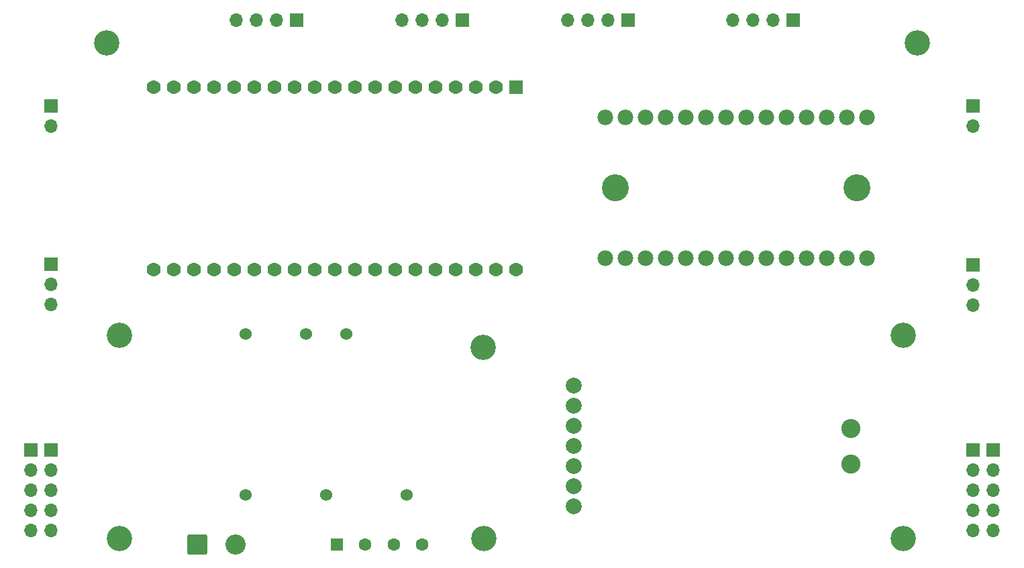
<source format=gbr>
%TF.GenerationSoftware,KiCad,Pcbnew,8.0.6*%
%TF.CreationDate,2025-02-23T20:12:14-07:00*%
%TF.ProjectId,Dash Main,44617368-204d-4616-996e-2e6b69636164,rev?*%
%TF.SameCoordinates,Original*%
%TF.FileFunction,Soldermask,Top*%
%TF.FilePolarity,Negative*%
%FSLAX46Y46*%
G04 Gerber Fmt 4.6, Leading zero omitted, Abs format (unit mm)*
G04 Created by KiCad (PCBNEW 8.0.6) date 2025-02-23 20:12:14*
%MOMM*%
%LPD*%
G01*
G04 APERTURE LIST*
G04 Aperture macros list*
%AMRoundRect*
0 Rectangle with rounded corners*
0 $1 Rounding radius*
0 $2 $3 $4 $5 $6 $7 $8 $9 X,Y pos of 4 corners*
0 Add a 4 corners polygon primitive as box body*
4,1,4,$2,$3,$4,$5,$6,$7,$8,$9,$2,$3,0*
0 Add four circle primitives for the rounded corners*
1,1,$1+$1,$2,$3*
1,1,$1+$1,$4,$5*
1,1,$1+$1,$6,$7*
1,1,$1+$1,$8,$9*
0 Add four rect primitives between the rounded corners*
20,1,$1+$1,$2,$3,$4,$5,0*
20,1,$1+$1,$4,$5,$6,$7,0*
20,1,$1+$1,$6,$7,$8,$9,0*
20,1,$1+$1,$8,$9,$2,$3,0*%
G04 Aperture macros list end*
%ADD10R,1.700000X1.700000*%
%ADD11O,1.700000X1.700000*%
%ADD12RoundRect,0.102000X-0.780000X0.780000X-0.780000X-0.780000X0.780000X-0.780000X0.780000X0.780000X0*%
%ADD13C,1.764000*%
%ADD14C,3.200000*%
%ADD15C,1.981200*%
%ADD16C,3.403200*%
%ADD17C,1.524000*%
%ADD18C,2.004000*%
%ADD19C,2.404000*%
%ADD20RoundRect,0.249999X-1.025001X-1.025001X1.025001X-1.025001X1.025001X1.025001X-1.025001X1.025001X0*%
%ADD21C,2.550000*%
%ADD22RoundRect,0.250000X-0.550000X-0.550000X0.550000X-0.550000X0.550000X0.550000X-0.550000X0.550000X0*%
%ADD23C,1.600000*%
G04 APERTURE END LIST*
D10*
%TO.C,J1-A1*%
X190615000Y-82567500D03*
D11*
X190615000Y-85107500D03*
X190615000Y-87647500D03*
X190615000Y-90187500D03*
X190615000Y-92727500D03*
%TD*%
D10*
%TO.C,J11*%
X126166667Y-28320000D03*
D11*
X123626667Y-28320000D03*
X121086667Y-28320000D03*
X118546667Y-28320000D03*
%TD*%
D12*
%TO.C,UNIT_2*%
X132980000Y-36740000D03*
D13*
X130440000Y-36740000D03*
X127900000Y-36740000D03*
X125360000Y-36740000D03*
X122820000Y-36740000D03*
X120280000Y-36740000D03*
X117740000Y-36740000D03*
X115200000Y-36740000D03*
X112660000Y-36740000D03*
X110120000Y-36740000D03*
X107580000Y-36740000D03*
X105040000Y-36740000D03*
X102500000Y-36740000D03*
X99960000Y-36740000D03*
X97420000Y-36740000D03*
X94880000Y-36740000D03*
X92340000Y-36740000D03*
X89800000Y-36740000D03*
X87260000Y-36740000D03*
X132960000Y-59780000D03*
X130420000Y-59780000D03*
X127880000Y-59780000D03*
X125340000Y-59780000D03*
X122800000Y-59780000D03*
X120260000Y-59780000D03*
X117720000Y-59780000D03*
X115180000Y-59780000D03*
X112640000Y-59780000D03*
X110100000Y-59780000D03*
X107560000Y-59780000D03*
X105020000Y-59780000D03*
X102480000Y-59780000D03*
X99940000Y-59780000D03*
X97400000Y-59780000D03*
X94860000Y-59780000D03*
X92320000Y-59780000D03*
X89780000Y-59780000D03*
X87240000Y-59780000D03*
%TD*%
D14*
%TO.C,REF\u002A\u002A*%
X128900000Y-93800000D03*
%TD*%
D10*
%TO.C,J2-B1*%
X74300000Y-82575000D03*
D11*
X74300000Y-85115000D03*
X74300000Y-87655000D03*
X74300000Y-90195000D03*
X74300000Y-92735000D03*
%TD*%
D14*
%TO.C,REF\u002A\u002A*%
X82900000Y-68100000D03*
%TD*%
D10*
%TO.C,J9*%
X167933334Y-28320000D03*
D11*
X165393334Y-28320000D03*
X162853334Y-28320000D03*
X160313334Y-28320000D03*
%TD*%
D10*
%TO.C,J3*%
X74300000Y-39145000D03*
D11*
X74300000Y-41685000D03*
%TD*%
D14*
%TO.C,REF\u002A\u002A*%
X128800000Y-69600000D03*
%TD*%
%TO.C,REF\u002A\u002A*%
X81300000Y-31159371D03*
%TD*%
%TO.C,REF\u002A\u002A*%
X181800000Y-68100000D03*
%TD*%
%TO.C,REF\u002A\u002A*%
X183600000Y-31159371D03*
%TD*%
D10*
%TO.C,J4*%
X105283334Y-28320000D03*
D11*
X102743334Y-28320000D03*
X100203334Y-28320000D03*
X97663334Y-28320000D03*
%TD*%
D10*
%TO.C,J2*%
X190640000Y-59172500D03*
D11*
X190640000Y-61712500D03*
X190640000Y-64252500D03*
%TD*%
D10*
%TO.C,J8*%
X74300000Y-59165000D03*
D11*
X74300000Y-61705000D03*
X74300000Y-64245000D03*
%TD*%
D15*
%TO.C,U1*%
X177232500Y-40590000D03*
X174692500Y-40590000D03*
X172152500Y-40590000D03*
X169612500Y-40590000D03*
X167072500Y-40590000D03*
X164532500Y-40590000D03*
X161992500Y-40590000D03*
X159452500Y-40590000D03*
X156912500Y-40590000D03*
X154372500Y-40590000D03*
X151832500Y-40590000D03*
X149292500Y-40590000D03*
X146752500Y-40590000D03*
X144212500Y-40590000D03*
X144212500Y-58370000D03*
X146752500Y-58370000D03*
X149292500Y-58370000D03*
X151832500Y-58370000D03*
X154372500Y-58370000D03*
X156912500Y-58370000D03*
X159452500Y-58370000D03*
X161992500Y-58370000D03*
X164532500Y-58370000D03*
X167072500Y-58370000D03*
X169612500Y-58370000D03*
X172152500Y-58370000D03*
X174692500Y-58370000D03*
X177232500Y-58370000D03*
D16*
X175962500Y-49480000D03*
X145482500Y-49480000D03*
%TD*%
D10*
%TO.C,J1-B1*%
X193155000Y-82567500D03*
D11*
X193155000Y-85107500D03*
X193155000Y-87647500D03*
X193155000Y-90187500D03*
X193155000Y-92727500D03*
%TD*%
D10*
%TO.C,J10*%
X190640000Y-39152500D03*
D11*
X190640000Y-41692500D03*
%TD*%
D10*
%TO.C,J5*%
X147050000Y-28320000D03*
D11*
X144510000Y-28320000D03*
X141970000Y-28320000D03*
X139430000Y-28320000D03*
%TD*%
D10*
%TO.C,J2-A1*%
X71760000Y-82575000D03*
D11*
X71760000Y-85115000D03*
X71760000Y-87655000D03*
X71760000Y-90195000D03*
X71760000Y-92735000D03*
%TD*%
D14*
%TO.C,REF\u002A\u002A*%
X181800000Y-93800000D03*
%TD*%
D17*
%TO.C,U2*%
X111550000Y-67930000D03*
X106460000Y-67930000D03*
X119160000Y-88240000D03*
X109000000Y-88240000D03*
X98840000Y-88240000D03*
X98840000Y-67930000D03*
%TD*%
D14*
%TO.C,REF\u002A\u002A*%
X82900000Y-93800000D03*
%TD*%
D18*
%TO.C,UNIT_1*%
X140190000Y-74480000D03*
X140190000Y-77020000D03*
X140190000Y-79560000D03*
X140190000Y-82100000D03*
X140190000Y-84640000D03*
X140190000Y-87180000D03*
X140190000Y-89720000D03*
D19*
X175170000Y-79860000D03*
X175170000Y-84360000D03*
%TD*%
D20*
%TO.C,J7*%
X92725000Y-94500000D03*
D21*
X97525000Y-94500000D03*
%TD*%
D22*
%TO.C,J1*%
X110300000Y-94500000D03*
D23*
X113900000Y-94500000D03*
X117500000Y-94500000D03*
X121100000Y-94500000D03*
%TD*%
M02*

</source>
